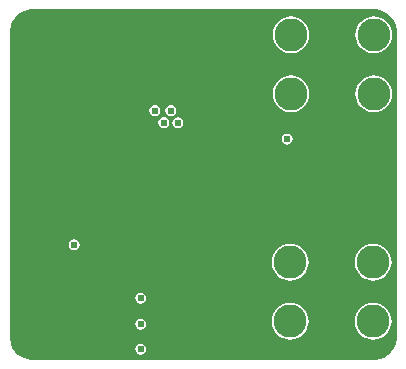
<source format=gbl>
G04*
G04 #@! TF.GenerationSoftware,Altium Limited,Altium Designer,21.2.1 (34)*
G04*
G04 Layer_Physical_Order=4*
G04 Layer_Color=16711680*
%FSLAX25Y25*%
%MOIN*%
G70*
G04*
G04 #@! TF.SameCoordinates,AE92AA6D-A1AF-4C4E-97E0-57C7D8E8F249*
G04*
G04*
G04 #@! TF.FilePolarity,Positive*
G04*
G01*
G75*
%ADD46C,0.11024*%
%ADD47C,0.02400*%
G36*
X124077Y119890D02*
X125585Y119590D01*
X127005Y119002D01*
X128283Y118148D01*
X129370Y117061D01*
X130224Y115783D01*
X130812Y114363D01*
X131112Y112855D01*
X131112Y112086D01*
X131112Y112086D01*
X131112Y112086D01*
X131132Y10689D01*
X131112Y10590D01*
X131112Y9823D01*
X130812Y8315D01*
X130224Y6895D01*
X129370Y5617D01*
X128283Y4530D01*
X127005Y3676D01*
X125585Y3088D01*
X124077Y2788D01*
X123309D01*
X10171Y2788D01*
X10071Y2788D01*
X10071Y2788D01*
X10071Y2788D01*
X9287D01*
X7749Y3094D01*
X6300Y3694D01*
X4996Y4565D01*
X3887Y5674D01*
X3016Y6978D01*
X2416Y8427D01*
X2110Y9965D01*
Y10749D01*
Y111929D01*
Y112713D01*
X2416Y114251D01*
X3016Y115700D01*
X3887Y117004D01*
X4996Y118113D01*
X6300Y118984D01*
X7749Y119584D01*
X9287Y119890D01*
X10171D01*
X123309Y119890D01*
X124077Y119890D01*
D02*
G37*
%LPC*%
G36*
X123470Y117432D02*
X122272Y117315D01*
X121120Y116965D01*
X120058Y116398D01*
X119128Y115634D01*
X118364Y114703D01*
X117796Y113641D01*
X117447Y112489D01*
X117329Y111291D01*
X117447Y110093D01*
X117796Y108941D01*
X118364Y107879D01*
X119128Y106949D01*
X120058Y106185D01*
X121120Y105617D01*
X122272Y105268D01*
X123470Y105150D01*
X124668Y105268D01*
X125821Y105617D01*
X126882Y106185D01*
X127813Y106949D01*
X128577Y107879D01*
X129144Y108941D01*
X129494Y110093D01*
X129612Y111291D01*
X129494Y112489D01*
X129144Y113641D01*
X128577Y114703D01*
X127813Y115634D01*
X126882Y116398D01*
X125821Y116965D01*
X124668Y117315D01*
X123470Y117432D01*
D02*
G37*
G36*
X95872D02*
X94674Y117315D01*
X93522Y116965D01*
X92460Y116398D01*
X91529Y115634D01*
X90766Y114703D01*
X90198Y113641D01*
X89849Y112489D01*
X89731Y111291D01*
X89849Y110093D01*
X90198Y108941D01*
X90766Y107879D01*
X91529Y106949D01*
X92460Y106185D01*
X93522Y105617D01*
X94674Y105268D01*
X95872Y105150D01*
X97070Y105268D01*
X98222Y105617D01*
X99284Y106185D01*
X100215Y106949D01*
X100978Y107879D01*
X101546Y108941D01*
X101895Y110093D01*
X102013Y111291D01*
X101895Y112489D01*
X101546Y113641D01*
X100978Y114703D01*
X100215Y115634D01*
X99284Y116398D01*
X98222Y116965D01*
X97070Y117315D01*
X95872Y117432D01*
D02*
G37*
G36*
X123470Y97747D02*
X122272Y97629D01*
X121120Y97280D01*
X120058Y96712D01*
X119128Y95949D01*
X118364Y95018D01*
X117796Y93956D01*
X117447Y92804D01*
X117329Y91606D01*
X117447Y90408D01*
X117796Y89256D01*
X118364Y88194D01*
X119128Y87264D01*
X120058Y86500D01*
X121120Y85932D01*
X122272Y85583D01*
X123470Y85465D01*
X124668Y85583D01*
X125821Y85932D01*
X126882Y86500D01*
X127813Y87264D01*
X128577Y88194D01*
X129144Y89256D01*
X129494Y90408D01*
X129612Y91606D01*
X129494Y92804D01*
X129144Y93956D01*
X128577Y95018D01*
X127813Y95949D01*
X126882Y96712D01*
X125821Y97280D01*
X124668Y97629D01*
X123470Y97747D01*
D02*
G37*
G36*
X95872D02*
X94674Y97629D01*
X93522Y97280D01*
X92460Y96712D01*
X91529Y95949D01*
X90766Y95018D01*
X90198Y93956D01*
X89849Y92804D01*
X89731Y91606D01*
X89849Y90408D01*
X90198Y89256D01*
X90766Y88194D01*
X91529Y87264D01*
X92460Y86500D01*
X93522Y85932D01*
X94674Y85583D01*
X95872Y85465D01*
X97070Y85583D01*
X98222Y85932D01*
X99284Y86500D01*
X100215Y87264D01*
X100978Y88194D01*
X101546Y89256D01*
X101895Y90408D01*
X102013Y91606D01*
X101895Y92804D01*
X101546Y93956D01*
X100978Y95018D01*
X100215Y95949D01*
X99284Y96712D01*
X98222Y97280D01*
X97070Y97629D01*
X95872Y97747D01*
D02*
G37*
G36*
X55800Y87835D02*
X55098Y87696D01*
X54502Y87298D01*
X54104Y86702D01*
X53965Y86000D01*
X54104Y85298D01*
X54502Y84702D01*
X55098Y84304D01*
X55800Y84165D01*
X56502Y84304D01*
X57098Y84702D01*
X57496Y85298D01*
X57635Y86000D01*
X57496Y86702D01*
X57098Y87298D01*
X56502Y87696D01*
X55800Y87835D01*
D02*
G37*
G36*
X50500D02*
X49798Y87696D01*
X49202Y87298D01*
X48804Y86702D01*
X48665Y86000D01*
X48804Y85298D01*
X49202Y84702D01*
X49798Y84304D01*
X50500Y84165D01*
X51202Y84304D01*
X51798Y84702D01*
X52196Y85298D01*
X52335Y86000D01*
X52196Y86702D01*
X51798Y87298D01*
X51202Y87696D01*
X50500Y87835D01*
D02*
G37*
G36*
X53500Y83835D02*
X52798Y83696D01*
X52202Y83298D01*
X51804Y82702D01*
X51665Y82000D01*
X51804Y81298D01*
X52202Y80702D01*
X52798Y80304D01*
X53500Y80165D01*
X54202Y80304D01*
X54798Y80702D01*
X55196Y81298D01*
X55335Y82000D01*
X55196Y82702D01*
X54798Y83298D01*
X54202Y83696D01*
X53500Y83835D01*
D02*
G37*
G36*
X58171Y83784D02*
X57469Y83644D01*
X56873Y83246D01*
X56476Y82651D01*
X56336Y81949D01*
X56476Y81246D01*
X56873Y80651D01*
X57469Y80253D01*
X58171Y80113D01*
X58873Y80253D01*
X59469Y80651D01*
X59867Y81246D01*
X60006Y81949D01*
X59867Y82651D01*
X59469Y83246D01*
X58873Y83644D01*
X58171Y83784D01*
D02*
G37*
G36*
X94671Y78284D02*
X93969Y78144D01*
X93373Y77746D01*
X92975Y77151D01*
X92836Y76449D01*
X92975Y75746D01*
X93373Y75151D01*
X93969Y74753D01*
X94671Y74613D01*
X95373Y74753D01*
X95969Y75151D01*
X96367Y75746D01*
X96506Y76449D01*
X96367Y77151D01*
X95969Y77746D01*
X95373Y78144D01*
X94671Y78284D01*
D02*
G37*
G36*
X23671Y43036D02*
X22969Y42896D01*
X22373Y42498D01*
X21975Y41903D01*
X21836Y41201D01*
X21975Y40498D01*
X22373Y39903D01*
X22969Y39505D01*
X23671Y39365D01*
X24373Y39505D01*
X24969Y39903D01*
X25367Y40498D01*
X25506Y41201D01*
X25367Y41903D01*
X24969Y42498D01*
X24373Y42896D01*
X23671Y43036D01*
D02*
G37*
G36*
X123269Y41590D02*
X122071Y41472D01*
X120919Y41123D01*
X119858Y40555D01*
X118927Y39791D01*
X118163Y38861D01*
X117596Y37799D01*
X117246Y36647D01*
X117128Y35449D01*
X117246Y34251D01*
X117596Y33099D01*
X118163Y32037D01*
X118927Y31106D01*
X119858Y30342D01*
X120919Y29775D01*
X122071Y29425D01*
X123269Y29307D01*
X124468Y29425D01*
X125620Y29775D01*
X126681Y30342D01*
X127612Y31106D01*
X128376Y32037D01*
X128943Y33099D01*
X129293Y34251D01*
X129411Y35449D01*
X129293Y36647D01*
X128943Y37799D01*
X128376Y38861D01*
X127612Y39791D01*
X126681Y40555D01*
X125620Y41123D01*
X124468Y41472D01*
X123269Y41590D01*
D02*
G37*
G36*
X95671D02*
X94473Y41472D01*
X93321Y41123D01*
X92259Y40555D01*
X91329Y39791D01*
X90565Y38861D01*
X89997Y37799D01*
X89648Y36647D01*
X89530Y35449D01*
X89648Y34251D01*
X89997Y33099D01*
X90565Y32037D01*
X91329Y31106D01*
X92259Y30342D01*
X93321Y29775D01*
X94473Y29425D01*
X95671Y29307D01*
X96869Y29425D01*
X98021Y29775D01*
X99083Y30342D01*
X100014Y31106D01*
X100777Y32037D01*
X101345Y33099D01*
X101694Y34251D01*
X101813Y35449D01*
X101694Y36647D01*
X101345Y37799D01*
X100777Y38861D01*
X100014Y39791D01*
X99083Y40555D01*
X98021Y41123D01*
X96869Y41472D01*
X95671Y41590D01*
D02*
G37*
G36*
X45750Y25335D02*
X45048Y25196D01*
X44452Y24798D01*
X44054Y24202D01*
X43915Y23500D01*
X44054Y22798D01*
X44452Y22202D01*
X45048Y21804D01*
X45750Y21665D01*
X46452Y21804D01*
X47048Y22202D01*
X47446Y22798D01*
X47585Y23500D01*
X47446Y24202D01*
X47048Y24798D01*
X46452Y25196D01*
X45750Y25335D01*
D02*
G37*
G36*
Y16669D02*
X45048Y16529D01*
X44452Y16131D01*
X44054Y15536D01*
X43915Y14833D01*
X44054Y14131D01*
X44452Y13536D01*
X45048Y13138D01*
X45750Y12998D01*
X46452Y13138D01*
X47048Y13536D01*
X47446Y14131D01*
X47585Y14833D01*
X47446Y15536D01*
X47048Y16131D01*
X46452Y16529D01*
X45750Y16669D01*
D02*
G37*
G36*
X123269Y21905D02*
X122071Y21787D01*
X120919Y21438D01*
X119858Y20870D01*
X118927Y20106D01*
X118163Y19176D01*
X117596Y18114D01*
X117246Y16962D01*
X117128Y15764D01*
X117246Y14566D01*
X117596Y13413D01*
X118163Y12352D01*
X118927Y11421D01*
X119858Y10657D01*
X120919Y10090D01*
X122071Y9740D01*
X123269Y9622D01*
X124468Y9740D01*
X125620Y10090D01*
X126681Y10657D01*
X127612Y11421D01*
X128376Y12352D01*
X128943Y13413D01*
X129293Y14566D01*
X129411Y15764D01*
X129293Y16962D01*
X128943Y18114D01*
X128376Y19176D01*
X127612Y20106D01*
X126681Y20870D01*
X125620Y21438D01*
X124468Y21787D01*
X123269Y21905D01*
D02*
G37*
G36*
X95671D02*
X94473Y21787D01*
X93321Y21438D01*
X92259Y20870D01*
X91329Y20106D01*
X90565Y19176D01*
X89997Y18114D01*
X89648Y16962D01*
X89530Y15764D01*
X89648Y14566D01*
X89997Y13413D01*
X90565Y12352D01*
X91329Y11421D01*
X92259Y10657D01*
X93321Y10090D01*
X94473Y9740D01*
X95671Y9622D01*
X96869Y9740D01*
X98021Y10090D01*
X99083Y10657D01*
X100014Y11421D01*
X100777Y12352D01*
X101345Y13413D01*
X101694Y14566D01*
X101813Y15764D01*
X101694Y16962D01*
X101345Y18114D01*
X100777Y19176D01*
X100014Y20106D01*
X99083Y20870D01*
X98021Y21438D01*
X96869Y21787D01*
X95671Y21905D01*
D02*
G37*
G36*
X45750Y8335D02*
X45048Y8196D01*
X44452Y7798D01*
X44054Y7202D01*
X43915Y6500D01*
X44054Y5798D01*
X44452Y5202D01*
X45048Y4804D01*
X45750Y4665D01*
X46452Y4804D01*
X47048Y5202D01*
X47446Y5798D01*
X47585Y6500D01*
X47446Y7202D01*
X47048Y7798D01*
X46452Y8196D01*
X45750Y8335D01*
D02*
G37*
%LPD*%
D46*
X123470Y111291D02*
D03*
Y91606D02*
D03*
X95872Y111291D02*
D03*
Y91606D02*
D03*
X123269Y35449D02*
D03*
Y15764D02*
D03*
X95671Y35449D02*
D03*
Y15764D02*
D03*
D47*
X77250Y95000D02*
D03*
X77300Y81500D02*
D03*
X80500Y91500D02*
D03*
X74000D02*
D03*
X80500Y70000D02*
D03*
X45750Y6500D02*
D03*
Y23500D02*
D03*
Y14833D02*
D03*
X50500Y86000D02*
D03*
X58171Y81949D02*
D03*
X11500Y26000D02*
D03*
X6500D02*
D03*
Y17000D02*
D03*
X11500D02*
D03*
X83500Y58000D02*
D03*
X87000Y55500D02*
D03*
Y60500D02*
D03*
X51500Y54000D02*
D03*
X62000D02*
D03*
X73800Y31000D02*
D03*
X116671Y82000D02*
D03*
Y78224D02*
D03*
X65000Y7449D02*
D03*
Y14199D02*
D03*
X64271Y31049D02*
D03*
X69071Y26549D02*
D03*
X61000Y25000D02*
D03*
X65000Y20949D02*
D03*
X23671Y41201D02*
D03*
X55800Y86000D02*
D03*
X116671Y74449D02*
D03*
X124171Y48449D02*
D03*
X119671D02*
D03*
X124500Y72000D02*
D03*
X115671Y48449D02*
D03*
X53500Y82000D02*
D03*
X128500Y72000D02*
D03*
X128371Y50249D02*
D03*
X94671Y76449D02*
D03*
X121000Y74500D02*
D03*
M02*

</source>
